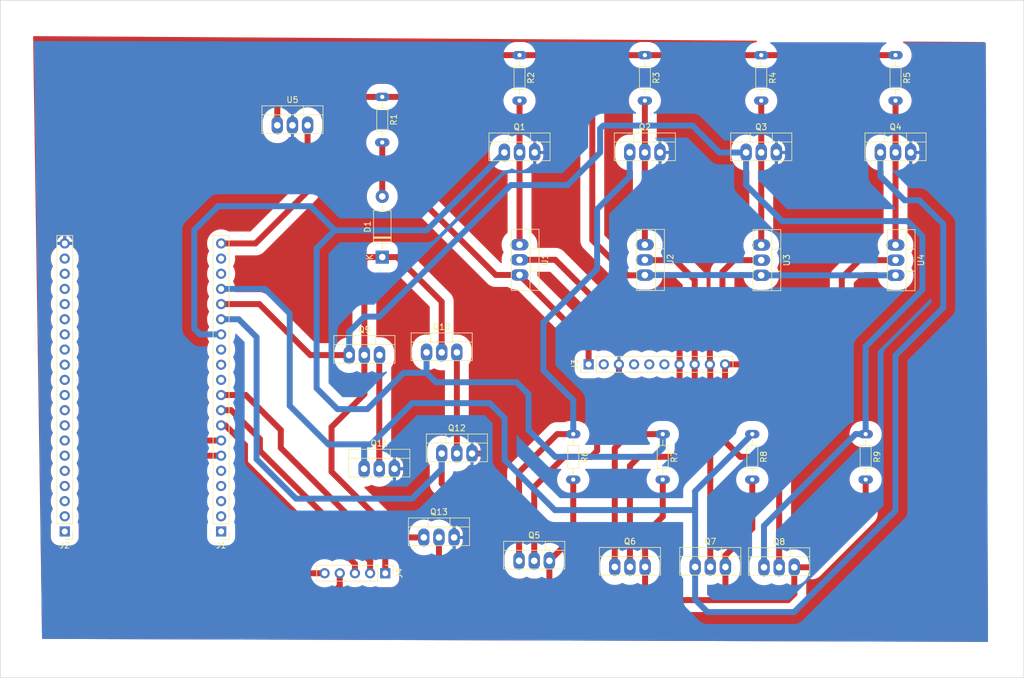
<source format=kicad_pcb>
(kicad_pcb (version 20211014) (generator pcbnew)
  (layers (0 "F.Cu" signal) (31 "B.Cu" signal) (34 "B.Paste" user) (35 "F.Paste" user) (36 "B.SilkS" user "B.Silkscreen") (37 "F.SilkS" user "F.Silkscreen") (38 "B.Mask" user) (39 "F.Mask" user) (44 "Edge.Cuts" user))
  (net 0 "")
  (net 1 "EMERGENCY")
  (net 2 "Net-(D1-Pad2)")
  (net 3 "Net-(Q1-Pad2)")
  (net 4 "LEFT1")
  (net 5 "Gnd")
  (net 6 "Net-(Q2-Pad2)")
  (net 7 "LEFT2")
  (net 9 "Net-(Q3-Pad2)")
  (net 11 "Vin_esp")
  (net 12 "RIGHT1")
  (net 13 "Net-(Q13-Pad2)")
  (net 14 "RIGHT2")
  (net 17 "Net-(Q11-Pad2)")
  (net 18 "Net-(Q10-Pad3)")
  (net 20 "PIN5")
  (net 21 "PIN4")
  (net 22 "PIN3")
  (net 23 "PIN2")
  (net 24 "PIN1")
  (net 30 "Vcc")
  (net 54 "M1")
  (net 55 "M2")
  (net 56 "M3")
  (net 57 "M4")
  (net 58 "Net-(Q4-Pad2)")
  (footprint "Package_TO_SOT_THT:TO-220-3_Vertical" (layer "F.Cu") (at 175.5 57 -90)
    (fp_text reference "U3" (at 2.54 -4.27 90) (layer "F.SilkS"))
    (fp_text value "IRF9540N")
    (pad "1" thru_hole oval (at 0 0 270) (size 1.905 3) (drill 1.1) (layers *.Cu *.Mask) (net 9 "Net-(Q3-Pad2)"))
    (pad "2" thru_hole oval (at 2.54 0 270) (size 1.905 3) (drill 1.1) (layers *.Cu *.Mask) (net 56 "M3"))
    (pad "3" thru_hole oval (at 5.08 0 270) (size 1.905 3) (drill 1.1) (layers *.Cu *.Mask) (net 30 "Vcc"))
  )
  (footprint "Package_TO_SOT_THT:TO-220-3_Vertical" (layer "F.Cu") (at 134.92 109.92)
    (fp_text reference "Q5" (at 2.54 -4.27) (layer "F.SilkS"))
    (fp_text value "IRF540N")
    (pad "1" thru_hole oval (at 0 0) (size 1.905 3) (drill 1.1) (layers *.Cu *.Mask) (net 7 "LEFT2"))
    (pad "2" thru_hole oval (at 2.54 0) (size 1.905 3) (drill 1.1) (layers *.Cu *.Mask) (net 54 "M1"))
    (pad "3" thru_hole oval (at 5.08 0) (size 1.905 3) (drill 1.1) (layers *.Cu *.Mask) (net 13 "Net-(Q13-Pad2)"))
  )
  (footprint "Package_TO_SOT_THT:TO-220-3_Vertical" (layer "F.Cu") (at 94.41 36.945)
    (fp_text reference "U5" (at 2.54 -4.27) (layer "F.SilkS"))
    (fp_text value "L7805")
    (pad "1" thru_hole oval (at 0 0) (size 1.905 3) (drill 1.1) (layers *.Cu *.Mask) (net 30 "Vcc"))
    (pad "2" thru_hole oval (at 2.54 0) (size 1.905 3) (drill 1.1) (layers *.Cu *.Mask) (net 5 "Gnd"))
    (pad "3" thru_hole oval (at 5.08 0) (size 1.905 3) (drill 1.1) (layers *.Cu *.Mask) (net 11 "Vin_esp"))
  )
  (footprint "Connector_PinHeader_2.54mm:PinHeader_1x20_P2.54mm_Vertical" (layer "F.Cu") (at 58.8 105 180)
    (fp_text reference "J2" (at 0 -2.33) (layer "F.SilkS"))
    (fp_text value "Conn_01x20_Female")
    (pad "1" thru_hole rect (at 0 0 180) (size 1.7 1.7) (drill 1) (layers *.Cu *.Mask))
    (pad "2" thru_hole oval (at 0 2.54 180) (size 1.7 1.7) (drill 1) (layers *.Cu *.Mask))
    (pad "3" thru_hole oval (at 0 5.08 180) (size 1.7 1.7) (drill 1) (layers *.Cu *.Mask))
    (pad "4" thru_hole oval (at 0 7.62 180) (size 1.7 1.7) (drill 1) (layers *.Cu *.Mask))
    (pad "5" thru_hole oval (at 0 10.16 180) (size 1.7 1.7) (drill 1) (layers *.Cu *.Mask))
    (pad "6" thru_hole oval (at 0 12.7 180) (size 1.7 1.7) (drill 1) (layers *.Cu *.Mask))
    (pad "7" thru_hole oval (at 0 15.24 180) (size 1.7 1.7) (drill 1) (layers *.Cu *.Mask))
    (pad "8" thru_hole oval (at 0 17.78 180) (size 1.7 1.7) (drill 1) (layers *.Cu *.Mask))
    (pad "9" thru_hole oval (at 0 20.32 180) (size 1.7 1.7) (drill 1) (layers *.Cu *.Mask))
    (pad "10" thru_hole oval (at 0 22.86 180) (size 1.7 1.7) (drill 1) (layers *.Cu *.Mask))
    (pad "11" thru_hole oval (at 0 25.4 180) (size 1.7 1.7) (drill 1) (layers *.Cu *.Mask))
    (pad "12" thru_hole oval (at 0 27.94 180) (size 1.7 1.7) (drill 1) (layers *.Cu *.Mask))
    (pad "13" thru_hole oval (at 0 30.48 180) (size 1.7 1.7) (drill 1) (layers *.Cu *.Mask))
    (pad "14" thru_hole oval (at 0 33.02 180) (size 1.7 1.7) (drill 1) (layers *.Cu *.Mask))
    (pad "15" thru_hole oval (at 0 35.56 180) (size 1.7 1.7) (drill 1) (layers *.Cu *.Mask))
    (pad "16" thru_hole oval (at 0 38.1 180) (size 1.7 1.7) (drill 1) (layers *.Cu *.Mask))
    (pad "17" thru_hole oval (at 0 40.64 180) (size 1.7 1.7) (drill 1) (layers *.Cu *.Mask))
    (pad "18" thru_hole oval (at 0 43.18 180) (size 1.7 1.7) (drill 1) (layers *.Cu *.Mask))
    (pad "19" thru_hole oval (at 0 45.72 180) (size 1.7 1.7) (drill 1) (layers *.Cu *.Mask))
    (pad "20" thru_hole oval (at 0 48.26 180) (size 1.7 1.7) (drill 1) (layers *.Cu *.Mask) (net 5 "Gnd"))
  )
  (footprint "Resistor_THT:R_Axial_DIN0204_L3.6mm_D1.6mm_P7.62mm_Horizontal" (layer "F.Cu") (at 156 25.19 -90)
    (fp_text reference "R3" (at 3.81 -1.92 90) (layer "F.SilkS"))
    (fp_text value "10k")
    (pad "1" thru_hole oval (at 0 0 270) (size 1.4 2.4) (drill 0.7) (layers *.Cu *.Mask) (net 30 "Vcc"))
    (pad "2" thru_hole oval (at 7.62 0 270) (size 1.4 2.4) (drill 0.7) (layers *.Cu *.Mask) (net 6 "Net-(Q2-Pad2)"))
  )
  (footprint "Package_TO_SOT_THT:TO-220-3_Vertical" (layer "F.Cu") (at 164.42 110.945)
    (fp_text reference "Q7" (at 2.54 -4.27) (layer "F.SilkS"))
    (fp_text value "IRF540N")
    (pad "1" thru_hole oval (at 0 0) (size 1.905 3) (drill 1.1) (layers *.Cu *.Mask) (net 14 "RIGHT2"))
    (pad "2" thru_hole oval (at 2.54 0) (size 1.905 3) (drill 1.1) (layers *.Cu *.Mask) (net 56 "M3"))
    (pad "3" thru_hole oval (at 5.08 0) (size 1.905 3) (drill 1.1) (layers *.Cu *.Mask) (net 13 "Net-(Q13-Pad2)"))
  )
  (footprint "Package_TO_SOT_THT:TO-220-3_Vertical" (layer "F.Cu") (at 195.46 41.5)
    (fp_text reference "Q4" (at 2.54 -4.27) (layer "F.SilkS"))
    (fp_text value "IRF540N")
    (pad "1" thru_hole oval (at 0 0) (size 1.905 3) (drill 1.1) (layers *.Cu *.Mask) (net 14 "RIGHT2"))
    (pad "2" thru_hole oval (at 2.54 0) (size 1.905 3) (drill 1.1) (layers *.Cu *.Mask) (net 58 "Net-(Q4-Pad2)"))
    (pad "3" thru_hole oval (at 5.08 0) (size 1.905 3) (drill 1.1) (layers *.Cu *.Mask) (net 5 "Gnd"))
  )
  (footprint "Package_TO_SOT_THT:TO-220-3_Vertical" (layer "F.Cu") (at 150.96 110.945)
    (fp_text reference "Q6" (at 2.54 -4.27) (layer "F.SilkS"))
    (fp_text value "IRF540N")
    (pad "1" thru_hole oval (at 0 0) (size 1.905 3) (drill 1.1) (layers *.Cu *.Mask) (net 4 "LEFT1"))
    (pad "2" thru_hole oval (at 2.54 0) (size 1.905 3) (drill 1.1) (layers *.Cu *.Mask) (net 55 "M2"))
    (pad "3" thru_hole oval (at 5.08 0) (size 1.905 3) (drill 1.1) (layers *.Cu *.Mask) (net 13 "Net-(Q13-Pad2)"))
  )
  (footprint "Resistor_THT:R_Axial_DIN0204_L3.6mm_D1.6mm_P7.62mm_Horizontal" (layer "F.Cu") (at 112 32.19 -90)
    (fp_text reference "R1" (at 3.81 -1.92 90) (layer "F.SilkS"))
    (fp_text value "10k")
    (pad "1" thru_hole oval (at 0 0 270) (size 1.4 2.4) (drill 0.7) (layers *.Cu *.Mask) (net 30 "Vcc"))
    (pad "2" thru_hole oval (at 7.62 0 270) (size 1.4 2.4) (drill 0.7) (layers *.Cu *.Mask) (net 2 "Net-(D1-Pad2)"))
  )
  (footprint "Resistor_THT:R_Axial_DIN0204_L3.6mm_D1.6mm_P7.62mm_Horizontal" (layer "F.Cu") (at 159 88.69 -90)
    (fp_text reference "R7" (at 3.81 -1.92 90) (layer "F.SilkS"))
    (fp_text value "10k")
    (pad "1" thru_hole oval (at 0 0 270) (size 1.4 2.4) (drill 0.7) (layers *.Cu *.Mask) (net 4 "LEFT1"))
    (pad "2" thru_hole oval (at 7.62 0 270) (size 1.4 2.4) (drill 0.7) (layers *.Cu *.Mask) (net 13 "Net-(Q13-Pad2)"))
  )
  (footprint "Package_TO_SOT_THT:TO-220-3_Vertical" (layer "F.Cu") (at 172.96 41.5)
    (fp_text reference "Q3" (at 2.54 -4.27) (layer "F.SilkS"))
    (fp_text value "IRF540N")
    (pad "1" thru_hole oval (at 0 0) (size 1.905 3) (drill 1.1) (layers *.Cu *.Mask) (net 12 "RIGHT1"))
    (pad "2" thru_hole oval (at 2.54 0) (size 1.905 3) (drill 1.1) (layers *.Cu *.Mask) (net 9 "Net-(Q3-Pad2)"))
    (pad "3" thru_hole oval (at 5.08 0) (size 1.905 3) (drill 1.1) (layers *.Cu *.Mask) (net 5 "Gnd"))
  )
  (footprint "Package_TO_SOT_THT:TO-220-3_Vertical" (layer "F.Cu") (at 198 57 -90)
    (fp_text reference "U4" (at 2.54 -4.27 90) (layer "F.SilkS"))
    (fp_text value "IRF9540N")
    (pad "1" thru_hole oval (at 0 0 270) (size 1.905 3) (drill 1.1) (layers *.Cu *.Mask) (net 58 "Net-(Q4-Pad2)"))
    (pad "2" thru_hole oval (at 2.54 0 270) (size 1.905 3) (drill 1.1) (layers *.Cu *.Mask) (net 57 "M4"))
    (pad "3" thru_hole oval (at 5.08 0 270) (size 1.905 3) (drill 1.1) (layers *.Cu *.Mask) (net 30 "Vcc"))
  )
  (footprint "Connector_PinHeader_2.54mm:PinHeader_1x20_P2.54mm_Vertical" (layer "F.Cu") (at 85 105 180)
    (fp_text reference "J1" (at 0 -2.33) (layer "F.SilkS"))
    (fp_text value "Conn_01x20_Female")
    (pad "1" thru_hole rect (at 0 0 180) (size 1.7 1.7) (drill 1) (layers *.Cu *.Mask))
    (pad "2" thru_hole oval (at 0 2.54 180) (size 1.7 1.7) (drill 1) (layers *.Cu *.Mask))
    (pad "3" thru_hole oval (at 0 5.08 180) (size 1.7 1.7) (drill 1) (layers *.Cu *.Mask))
    (pad "4" thru_hole oval (at 0 7.62 180) (size 1.7 1.7) (drill 1) (layers *.Cu *.Mask))
    (pad "5" thru_hole oval (at 0 10.16 180) (size 1.7 1.7) (drill 1) (layers *.Cu *.Mask))
    (pad "6" thru_hole oval (at 0 12.7 180) (size 1.7 1.7) (drill 1) (layers *.Cu *.Mask) (net 20 "PIN5"))
    (pad "7" thru_hole oval (at 0 15.24 180) (size 1.7 1.7) (drill 1) (layers *.Cu *.Mask) (net 21 "PIN4"))
    (pad "8" thru_hole oval (at 0 17.78 180) (size 1.7 1.7) (drill 1) (layers *.Cu *.Mask) (net 22 "PIN3"))
    (pad "9" thru_hole oval (at 0 20.32 180) (size 1.7 1.7) (drill 1) (layers *.Cu *.Mask) (net 23 "PIN2"))
    (pad "10" thru_hole oval (at 0 22.86 180) (size 1.7 1.7) (drill 1) (layers *.Cu *.Mask) (net 24 "PIN1"))
    (pad "11" thru_hole oval (at 0 25.4 180) (size 1.7 1.7) (drill 1) (layers *.Cu *.Mask))
    (pad "12" thru_hole oval (at 0 27.94 180) (size 1.7 1.7) (drill 1) (layers *.Cu *.Mask))
    (pad "13" thru_hole oval (at 0 30.48 180) (size 1.7 1.7) (drill 1) (layers *.Cu *.Mask))
    (pad "14" thru_hole oval (at 0 33.02 180) (size 1.7 1.7) (drill 1) (layers *.Cu *.Mask) (net 4 "LEFT1"))
    (pad "15" thru_hole oval (at 0 35.56 180) (size 1.7 1.7) (drill 1) (layers *.Cu *.Mask) (net 7 "LEFT2"))
    (pad "16" thru_hole oval (at 0 38.1 180) (size 1.7 1.7) (drill 1) (layers *.Cu *.Mask) (net 12 "RIGHT1"))
    (pad "17" thru_hole oval (at 0 40.64 180) (size 1.7 1.7) (drill 1) (layers *.Cu *.Mask) (net 14 "RIGHT2"))
    (pad "18" thru_hole oval (at 0 43.18 180) (size 1.7 1.7) (drill 1) (layers *.Cu *.Mask))
    (pad "19" thru_hole oval (at 0 45.72 180) (size 1.7 1.7) (drill 1) (layers *.Cu *.Mask))
    (pad "20" thru_hole oval (at 0 48.26 180) (size 1.7 1.7) (drill 1) (layers *.Cu *.Mask) (net 11 "Vin_esp"))
  )
  (footprint "Package_TO_SOT_THT:TO-220-3_Vertical" (layer "F.Cu") (at 121.96 91.945)
    (fp_text reference "Q12" (at 2.54 -4.27) (layer "F.SilkS"))
    (fp_text value "IRF540N")
    (pad "1" thru_hole oval (at 0 0) (size 1.905 3) (drill 1.1) (layers *.Cu *.Mask) (net 7 "LEFT2"))
    (pad "2" thru_hole oval (at 2.54 0) (size 1.905 3) (drill 1.1) (layers *.Cu *.Mask) (net 18 "Net-(Q10-Pad3)"))
    (pad "3" thru_hole oval (at 5.08 0) (size 1.905 3) (drill 1.1) (layers *.Cu *.Mask) (net 5 "Gnd"))
  )
  (footprint "Resistor_THT:R_Axial_DIN0204_L3.6mm_D1.6mm_P7.62mm_Horizontal" (layer "F.Cu") (at 135 25.19 -90)
    (fp_text reference "R2" (at 3.81 -1.92 90) (layer "F.SilkS"))
    (fp_text value "10k")
    (pad "1" thru_hole oval (at 0 0 270) (size 1.4 2.4) (drill 0.7) (layers *.Cu *.Mask) (net 30 "Vcc"))
    (pad "2" thru_hole oval (at 7.62 0 270) (size 1.4 2.4) (drill 0.7) (layers *.Cu *.Mask) (net 3 "Net-(Q1-Pad2)"))
  )
  (footprint "Package_TO_SOT_THT:TO-220-3_Vertical" (layer "F.Cu") (at 118.96 106)
    (fp_text reference "Q13" (at 2.54 -4.27) (layer "F.SilkS"))
    (fp_text value "IRF540N")
    (pad "1" thru_hole oval (at 0 0) (size 1.905 3) (drill 1.1) (layers *.Cu *.Mask) (net 1 "EMERGENCY"))
    (pad "2" thru_hole oval (at 2.54 0) (size 1.905 3) (drill 1.1) (layers *.Cu *.Mask) (net 13 "Net-(Q13-Pad2)"))
    (pad "3" thru_hole oval (at 5.08 0) (size 1.905 3) (drill 1.1) (layers *.Cu *.Mask) (net 5 "Gnd"))
  )
  (footprint "Package_TO_SOT_THT:TO-220-3_Vertical" (layer "F.Cu") (at 132.46 41.5)
    (fp_text reference "Q1" (at 2.54 -4.27) (layer "F.SilkS"))
    (fp_text value "IRF540N")
    (pad "1" thru_hole oval (at 0 0) (size 1.905 3) (drill 1.1) (layers *.Cu *.Mask) (net 4 "LEFT1"))
    (pad "2" thru_hole oval (at 2.54 0) (size 1.905 3) (drill 1.1) (layers *.Cu *.Mask) (net 3 "Net-(Q1-Pad2)"))
    (pad "3" thru_hole oval (at 5.08 0) (size 1.905 3) (drill 1.1) (layers *.Cu *.Mask) (net 5 "Gnd"))
  )
  (footprint "Package_TO_SOT_THT:TO-220-3_Vertical" (layer "F.Cu") (at 108.96 94.5)
    (fp_text reference "Q11" (at 2.54 -4.27) (layer "F.SilkS"))
    (fp_text value "IRF540N")
    (pad "1" thru_hole oval (at 0 0) (size 1.905 3) (drill 1.1) (layers *.Cu *.Mask) (net 14 "RIGHT2"))
    (pad "2" thru_hole oval (at 2.54 0) (size 1.905 3) (drill 1.1) (layers *.Cu *.Mask) (net 17 "Net-(Q11-Pad2)"))
    (pad "3" thru_hole oval (at 5.08 0) (size 1.905 3) (drill 1.1) (layers *.Cu *.Mask) (net 5 "Gnd"))
  )
  (footprint "Diode_THT:D_DO-41_SOD81_P10.16mm_Horizontal" (layer "F.Cu") (at 112 59.025 90)
    (fp_text reference "D1" (at 5.08 -2.47 90) (layer "F.SilkS"))
    (fp_text value "1N4001")
    (fp_text user "K" (at 0 -2.1 90) (layer "F.SilkS"))
    (pad "1" thru_hole rect (at 0 0 90) (size 2.2 2.2) (drill 1.1) (layers *.Cu *.Mask) (net 1 "EMERGENCY"))
    (pad "2" thru_hole oval (at 10.16 0 90) (size 2.2 2.2) (drill 1.1) (layers *.Cu *.Mask) (net 2 "Net-(D1-Pad2)"))
  )
  (footprint "Connector_PinHeader_2.54mm:PinHeader_1x05_P2.54mm_Vertical" (layer "F.Cu") (at 112.5 112 -90)
    (fp_text reference "J4" (at 0 -2.33 90) (layer "F.SilkS"))
    (fp_text value "Conn_01x05_Male")
    (pad "1" thru_hole rect (at 0 0 270) (size 1.7 1.7) (drill 1) (layers *.Cu *.Mask) (net 24 "PIN1"))
    (pad "2" thru_hole oval (at 0 2.54 270) (size 1.7 1.7) (drill 1) (layers *.Cu *.Mask) (net 23 "PIN2"))
    (pad "3" thru_hole oval (at 0 5.08 270) (size 1.7 1.7) (drill 1) (layers *.Cu *.Mask) (net 22 "PIN3"))
    (pad "4" thru_hole oval (at 0 7.62 270) (size 1.7 1.7) (drill 1) (layers *.Cu *.Mask) (net 21 "PIN4"))
    (pad "5" thru_hole oval (at 0 10.16 270) (size 1.7 1.7) (drill 1) (layers *.Cu *.Mask) (net 20 "PIN5"))
  )
  (footprint "Connector_PinHeader_2.54mm:PinHeader_1x10_P2.54mm_Vertical" (layer "F.Cu") (at 146.575 77 90)
    (fp_text reference "J3" (at 0 -2.33 90) (layer "F.SilkS"))
    (fp_text value "Conn_01x10_Male")
    (pad "1" thru_hole rect (at 0 0 90) (size 1.7 1.7) (drill 1) (layers *.Cu *.Mask) (net 30 "Vcc"))
    (pad "2" thru_hole oval (at 0 2.54 90) (size 1.7 1.7) (drill 1) (layers *.Cu *.Mask))
    (pad "3" thru_hole oval (at 0 5.08 90) (size 1.7 1.7) (drill 1) (layers *.Cu *.Mask) (net 5 "Gnd"))
    (pad "4" thru_hole oval (at 0 7.62 90) (size 1.7 1.7) (drill 1) (layers *.Cu *.Mask))
    (pad "5" thru_hole oval (at 0 10.16 90) (size 1.7 1.7) (drill 1) (layers *.Cu *.Mask))
    (pad "6" thru_hole oval (at 0 12.7 90) (size 1.7 1.7) (drill 1) (layers *.Cu *.Mask))
    (pad "7" thru_hole oval (at 0 15.24 90) (size 1.7 1.7) (drill 1) (layers *.Cu *.Mask) (net 54 "M1"))
    (pad "8" thru_hole oval (at 0 17.78 90) (size 1.7 1.7) (drill 1) (layers *.Cu *.Mask) (net 55 "M2"))
    (pad "9" thru_hole oval (at 0 20.32 90) (size 1.7 1.7) (drill 1) (layers *.Cu *.Mask) (net 56 "M3"))
    (pad "10" thru_hole oval (at 0 22.86 90) (size 1.7 1.7) (drill 1) (layers *.Cu *.Mask) (net 57 "M4"))
  )
  (footprint "Resistor_THT:R_Axial_DIN0204_L3.6mm_D1.6mm_P7.62mm_Horizontal" (layer "F.Cu") (at 175.5 25.19 -90)
    (fp_text reference "R4" (at 3.81 -1.92 90) (layer "F.SilkS"))
    (fp_text value "10k")
    (pad "1" thru_hole oval (at 0 0 270) (size 1.4 2.4) (drill 0.7) (layers *.Cu *.Mask) (net 30 "Vcc"))
    (pad "2" thru_hole oval (at 7.62 0 270) (size 1.4 2.4) (drill 0.7) (layers *.Cu *.Mask) (net 9 "Net-(Q3-Pad2)"))
  )
  (footprint "Resistor_THT:R_Axial_DIN0204_L3.6mm_D1.6mm_P7.62mm_Horizontal" (layer "F.Cu") (at 193 88.69 -90)
    (fp_text reference "R9" (at 3.81 -1.92 90) (layer "F.SilkS"))
    (fp_text value "10k")
    (pad "1" thru_hole oval (at 0 0 270) (size 1.4 2.4) (drill 0.7) (layers *.Cu *.Mask) (net 12 "RIGHT1"))
    (pad "2" thru_hole oval (at 7.62 0 270) (size 1.4 2.4) (drill 0.7) (layers *.Cu *.Mask) (net 13 "Net-(Q13-Pad2)"))
  )
  (footprint "Package_TO_SOT_THT:TO-220-3_Vertical" (layer "F.Cu") (at 153.46 41.5)
    (fp_text reference "Q2" (at 2.54 -4.27) (layer "F.SilkS"))
    (fp_text value "IRF540N")
    (pad "1" thru_hole oval (at 0 0) (size 1.905 3) (drill 1.1) (layers *.Cu *.Mask) (net 7 "LEFT2"))
    (pad "2" thru_hole oval (at 2.54 0) (size 1.905 3) (drill 1.1) (layers *.Cu *.Mask) (net 6 "Net-(Q2-Pad2)"))
    (pad "3" thru_hole oval (at 5.08 0) (size 1.905 3) (drill 1.1) (layers *.Cu *.Mask) (net 5 "Gnd"))
  )
  (footprint "Package_TO_SOT_THT:TO-220-3_Vertical" (layer "F.Cu") (at 106.46 75.445)
    (fp_text reference "Q9" (at 2.54 -4.27) (layer "F.SilkS"))
    (fp_text value "IRF540N")
    (pad "1" thru_hole oval (at 0 0) (size 1.905 3) (drill 1.1) (layers *.Cu *.Mask) (net 12 "RIGHT1"))
    (pad "2" thru_hole oval (at 2.54 0) (size 1.905 3) (drill 1.1) (layers *.Cu *.Mask) (net 1 "EMERGENCY"))
    (pad "3" thru_hole oval (at 5.08 0) (size 1.905 3) (drill 1.1) (layers *.Cu *.Mask) (net 17 "Net-(Q11-Pad2)"))
  )
  (footprint "Resistor_THT:R_Axial_DIN0204_L3.6mm_D1.6mm_P7.62mm_Horizontal" (layer "F.Cu") (at 174 88.69 -90)
    (fp_text reference "R8" (at 3.81 -1.92 90) (layer "F.SilkS"))
    (fp_text value "10k")
    (pad "1" thru_hole oval (at 0 0 270) (size 1.4 2.4) (drill 0.7) (layers *.Cu *.Mask) (net 14 "RIGHT2"))
    (pad "2" thru_hole oval (at 7.62 0 270) (size 1.4 2.4) (drill 0.7) (layers *.Cu *.Mask) (net 13 "Net-(Q13-Pad2)"))
  )
  (footprint "Package_TO_SOT_THT:TO-220-3_Vertical" (layer "F.Cu") (at 119.42 75)
    (fp_text reference "Q10" (at 2.54 -4.27) (layer "F.SilkS"))
    (fp_text value "IRF540N")
    (pad "1" thru_hole oval (at 0 0) (size 1.905 3) (drill 1.1) (layers *.Cu *.Mask) (net 4 "LEFT1"))
    (pad "2" thru_hole oval (at 2.54 0) (size 1.905 3) (drill 1.1) (layers *.Cu *.Mask) (net 1 "EMERGENCY"))
    (pad "3" thru_hole oval (at 5.08 0) (size 1.905 3) (drill 1.1) (layers *.Cu *.Mask) (net 18 "Net-(Q10-Pad3)"))
  )
  (footprint "Resistor_THT:R_Axial_DIN0204_L3.6mm_D1.6mm_P7.62mm_Horizontal" (layer "F.Cu") (at 198 25.19 -90)
    (fp_text reference "R5" (at 3.81 -1.92 90) (layer "F.SilkS"))
    (fp_text value "10k")
    (pad "1" thru_hole oval (at 0 0 270) (size 1.4 2.4) (drill 0.7) (layers *.Cu *.Mask) (net 30 "Vcc"))
    (pad "2" thru_hole oval (at 7.62 0 270) (size 1.4 2.4) (drill 0.7) (layers *.Cu *.Mask) (net 58 "Net-(Q4-Pad2)"))
  )
  (footprint "Package_TO_SOT_THT:TO-220-3_Vertical" (layer "F.Cu") (at 156 56.96 -90)
    (fp_text reference "U2" (at 2.54 -4.27 90) (layer "F.SilkS"))
    (fp_text value "IRF9540N")
    (pad "1" thru_hole oval (at 0 0 270) (size 1.905 3) (drill 1.1) (layers *.Cu *.Mask) (net 6 "Net-(Q2-Pad2)"))
    (pad "2" thru_hole oval (at 2.54 0 270) (size 1.905 3) (drill 1.1) (layers *.Cu *.Mask) (net 55 "M2"))
    (pad "3" thru_hole oval (at 5.08 0 270) (size 1.905 3) (drill 1.1) (layers *.Cu *.Mask) (net 30 "Vcc"))
  )
  (footprint "Package_TO_SOT_THT:TO-220-3_Vertical" (layer "F.Cu") (at 175.96 111)
    (fp_text reference "Q8" (at 2.54 -4.27) (layer "F.SilkS"))
    (fp_text value "IRF540N")
    (pad "1" thru_hole oval (at 0 0) (size 1.905 3) (drill 1.1) (layers *.Cu *.Mask) (net 12 "RIGHT1"))
    (pad "2" thru_hole oval (at 2.54 0) (size 1.905 3) (drill 1.1) (layers *.Cu *.Mask) (net 57 "M4"))
    (pad "3" thru_hole oval (at 5.08 0) (size 1.905 3) (drill 1.1) (layers *.Cu *.Mask) (net 13 "Net-(Q13-Pad2)"))
  )
  (footprint "Resistor_THT:R_Axial_DIN0204_L3.6mm_D1.6mm_P7.62mm_Horizontal" (layer "F.Cu") (at 144 88.69 -90)
    (fp_text reference "R6" (at 3.81 -1.92 90) (layer "F.SilkS"))
    (fp_text value "10k")
    (pad "1" thru_hole oval (at 0 0 270) (size 1.4 2.4) (drill 0.7) (layers *.Cu *.Mask) (net 7 "LEFT2"))
    (pad "2" thru_hole oval (at 7.62 0 270) (size 1.4 2.4) (drill 0.7) (layers *.Cu *.Mask) (net 13 "Net-(Q13-Pad2)"))
  )
  (footprint "Package_TO_SOT_THT:TO-220-3_Vertical" (layer "F.Cu") (at 135 56.945 -90)
    (fp_text reference "U1" (at 2.54 -4.27 90) (layer "F.SilkS"))
    (fp_text value "IRF9540N")
    (pad "1" thru_hole oval (at 0 0 270) (size 1.905 3) (drill 1.1) (layers *.Cu *.Mask) (net 3 "Net-(Q1-Pad2)"))
    (pad "2" thru_hole oval (at 2.54 0 270) (size 1.905 3) (drill 1.1) (layers *.Cu *.Mask) (net 54 "M1"))
    (pad "3" thru_hole oval (at 5.08 0 270) (size 1.905 3) (drill 1.1) (layers *.Cu *.Mask) (net 30 "Vcc"))
  )
  (gr_rect (start 48 16) (end 219.5 129.5) (layer "Edge.Cuts") (width 0.1) (fill none))
  (segment (start 109 82) (end 103.5 87.5) (width 1) (layer "F.Cu") (net 1))
  (segment (start 103.5 87.5) (end 103.5 95) (width 1) (layer "F.Cu") (net 1))
  (segment (start 109 75.445) (end 109 59.445) (width 1) (layer "F.Cu") (net 1))
  (segment (start 112 59.025) (end 114.485 59.025) (width 1) (layer "F.Cu") (net 1))
  (segment (start 121.96 66.5) (end 121.96 75) (width 1) (layer "F.Cu") (net 1))
  (segment (start 103.5 95) (end 114.5 106) (width 1) (layer "F.Cu") (net 1))
  (segment (start 109 75.445) (end 109 82) (width 1) (layer "F.Cu") (net 1))
  (segment (start 114.5 106) (end 118.96 106) (width 1) (layer "F.Cu") (net 1))
  (segment (start 109 59.445) (end 109.42 59.025) (width 1) (layer "F.Cu") (net 1))
  (segment (start 114.485 59.025) (end 121.96 66.5) (width 1) (layer "F.Cu") (net 1))
  (segment (start 112 59.025) (end 109.42 59.025) (width 1) (layer "F.Cu") (net 1))
  (segment (start 112 39.81) (end 112 48.865) (width 1) (layer "F.Cu") (net 2))
  (segment (start 135 32.81) (end 135 41.5) (width 1) (layer "F.Cu") (net 3))
  (segment (start 135 41.945) (end 135 56.945) (width 1) (layer "F.Cu") (net 3))
  (segment (start 150.96 91.04) (end 153.31 88.69) (width 1) (layer "F.Cu") (net 4))
  (segment (start 153.31 88.69) (end 159 88.69) (width 1) (layer "F.Cu") (net 4))
  (segment (start 150.96 110.945) (end 150.96 91.04) (width 1) (layer "F.Cu") (net 4))
  (segment (start 136.5 88) (end 136.5 82) (width 1) (layer "B.Cu") (net 4))
  (segment (start 159 91) (end 157.5 92.5) (width 1) (layer "B.Cu") (net 4))
  (segment (start 81.52 71.98) (end 85 71.98) (width 1) (layer "B.Cu") (net 4))
  (segment (start 157.5 92.5) (end 141 92.5) (width 1) (layer "B.Cu") (net 4))
  (segment (start 104.04 54.54) (end 100 50.5) (width 1) (layer "B.Cu") (net 4))
  (segment (start 119.42 54.54) (end 104.04 54.54) (width 1) (layer "B.Cu") (net 4))
  (segment (start 104.5 84.5) (end 101 81) (width 1) (layer "B.Cu") (net 4))
  (segment (start 81.5 72) (end 81.52 71.98) (width 1) (layer "B.Cu") (net 4))
  (segment (start 121 80) (end 119.42 78.42) (width 1) (layer "B.Cu") (net 4))
  (segment (start 115.58 78.42) (end 109.5 84.5) (width 1) (layer "B.Cu") (net 4))
  (segment (start 80.5 71) (end 81.5 72) (width 1) (layer "B.Cu") (net 4))
  (segment (start 109.5 84.5) (end 104.5 84.5) (width 1) (layer "B.Cu") (net 4))
  (segment (start 141 92.5) (end 136.5 88) (width 1) (layer "B.Cu") (net 4))
  (segment (start 119.42 78.42) (end 115.58 78.42) (width 1) (layer "B.Cu") (net 4))
  (segment (start 84.5 50.5) (end 80.5 54.5) (width 1) (layer "B.Cu") (net 4))
  (segment (start 101 57.58) (end 104.04 54.54) (width 1) (layer "B.Cu") (net 4))
  (segment (start 119.42 78.42) (end 119.42 75) (width 1) (layer "B.Cu") (net 4))
  (segment (start 80.5 54.5) (end 80.5 71) (width 1) (layer "B.Cu") (net 4))
  (segment (start 159 88.69) (end 159 91) (width 1) (layer "B.Cu") (net 4))
  (segment (start 119.42 54.54) (end 132.46 41.5) (width 1) (layer "B.Cu") (net 4))
  (segment (start 134.5 80) (end 121 80) (width 1) (layer "B.Cu") (net 4))
  (segment (start 136.5 82) (end 134.5 80) (width 1) (layer "B.Cu") (net 4))
  (segment (start 100 50.5) (end 84.5 50.5) (width 1) (layer "B.Cu") (net 4))
  (segment (start 101 81) (end 101 57.58) (width 1) (layer "B.Cu") (net 4))
  (segment (start 147 83.5) (end 139 83.5) (width 1) (layer "F.Cu") (net 5))
  (segment (start 151.655 78.845) (end 147 83.5) (width 1) (layer "F.Cu") (net 5))
  (segment (start 139 83.5) (end 130.555 91.945) (width 1) (layer "F.Cu") (net 5))
  (segment (start 130.555 91.945) (end 127.04 91.945) (width 1) (layer "F.Cu") (net 5))
  (segment (start 151.655 77) (end 151.655 78.845) (width 1) (layer "F.Cu") (net 5))
  (segment (start 156 56.96) (end 156 41.5) (width 1) (layer "F.Cu") (net 6))
  (segment (start 156 32.81) (end 156 41.5) (width 1) (layer "F.Cu") (net 6))
  (segment (start 121.96 96.96) (end 125.58 100.58) (width 1) (layer "F.Cu") (net 7))
  (segment (start 134.92 100.58) (end 134.92 109.92) (width 1) (layer "F.Cu") (net 7))
  (segment (start 141.31 88.69) (end 134.92 95.08) (width 1) (layer "F.Cu") (net 7))
  (segment (start 125.58 100.58) (end 134.92 100.58) (width 1) (layer "F.Cu") (net 7))
  (segment (start 121.96 91.945) (end 121.96 96.96) (width 1) (layer "F.Cu") (net 7))
  (segment (start 134.92 95.08) (end 134.92 99.58) (width 1) (layer "F.Cu") (net 7))
  (segment (start 134.92 99.58) (end 134.92 100.58) (width 1) (layer "F.Cu") (net 7))
  (segment (start 144 88.69) (end 141.31 88.69) (width 1) (layer "F.Cu") (net 7))
  (segment (start 97.555 99.5) (end 117 99.5) (width 1) (layer "B.Cu") (net 7))
  (segment (start 153.46 45.46) (end 153.46 41.5) (width 1) (layer "B.Cu") (net 7))
  (segment (start 121.96 94.54) (end 121.96 91.945) (width 1) (layer "B.Cu") (net 7))
  (segment (start 148 61) (end 148 51) (width 1) (layer "B.Cu") (net 7))
  (segment (start 90.945 92.89) (end 97.555 99.5) (width 1) (layer "B.Cu") (net 7))
  (segment (start 139 78) (end 139 70) (width 1) (layer "B.Cu") (net 7))
  (segment (start 153.5 45.5) (end 153.46 45.46) (width 1) (layer "B.Cu") (net 7))
  (segment (start 144 88.69) (end 144 83) (width 1) (layer "B.Cu") (net 7))
  (segment (start 144 83) (end 139 78) (width 1) (layer "B.Cu") (net 7))
  (segment (start 87.94 69.44) (end 90.945 72.445) (width 1) (layer "B.Cu") (net 7))
  (segment (start 85 69.44) (end 87.94 69.44) (width 1) (layer "B.Cu") (net 7))
  (segment (start 139 70) (end 148 61) (width 1) (layer "B.Cu") (net 7))
  (segment (start 117 99.5) (end 121.96 94.54) (width 1) (layer "B.Cu") (net 7))
  (segment (start 148 51) (end 153.5 45.5) (width 1) (layer "B.Cu") (net 7))
  (segment (start 90.945 72.445) (end 90.945 92.89) (width 1) (layer "B.Cu") (net 7))
  (segment (start 175.5 56) (end 175.5 41.5) (width 1) (layer "F.Cu") (net 9))
  (segment (start 175.5 32.81) (end 175.5 41.5) (width 1) (layer "F.Cu") (net 9))
  (segment (start 175.5 33.31) (end 175.66 33.15) (width 0.25) (layer "F.Cu") (net 9))
  (segment (start 90.76 56.74) (end 99.5 48) (width 1) (layer "F.Cu") (net 11))
  (segment (start 99.49 47.99) (end 99.49 36.945) (width 1) (layer "F.Cu") (net 11))
  (segment (start 85 56.74) (end 90.76 56.74) (width 1) (layer "F.Cu") (net 11))
  (segment (start 99.5 48) (end 99.49 47.99) (width 1) (layer "F.Cu") (net 11))
  (segment (start 106.46 75.445) (end 99.945 75.445) (width 1) (layer "F.Cu") (net 12))
  (segment (start 99.945 75.445) (end 91.4 66.9) (width 1) (layer "F.Cu") (net 12))
  (segment (start 91.4 66.9) (end 85 66.9) (width 1) (layer "F.Cu") (net 12))
  (segment (start 202.5 64.5) (end 202.5 55.5) (width 1) (layer "B.Cu") (net 12))
  (segment (start 200 53) (end 179 53) (width 1) (layer "B.Cu") (net 12))
  (segment (start 168.5 41.5) (end 172.96 41.5) (width 1) (layer "B.Cu") (net 12))
  (segment (start 148.5 41.5) (end 148.5 37.5) (width 1) (layer "B.Cu") (net 12))
  (segment (start 148.5 37.5) (end 149 37) (width 1) (layer "B.Cu") (net 12))
  (segment (start 193 74) (end 202.5 64.5) (width 1) (layer "B.Cu") (net 12))
  (segment (start 106.46 71.54) (end 109 69) (width 1) (layer "B.Cu") (net 12))
  (segment (start 111.5 69) (end 133.54 46.96) (width 1) (layer "B.Cu") (net 12))
  (segment (start 106.46 75.445) (end 106.46 71.54) (width 1) (layer "B.Cu") (net 12))
  (segment (start 133.54 46.96) (end 143.04 46.96) (width 1) (layer "B.Cu") (net 12))
  (segment (start 109 69) (end 111.5 69) (width 1) (layer "B.Cu") (net 12))
  (segment (start 193 88.69) (end 191.31 88.69) (width 1) (layer "B.Cu") (net 12))
  (segment (start 175.96 104.04) (end 175.96 111) (width 1) (layer "B.Cu") (net 12))
  (segment (start 191.31 88.69) (end 175.96 104.04) (width 1) (layer "B.Cu") (net 12))
  (segment (start 149 37) (end 164 37) (width 1) (layer "B.Cu") (net 12))
  (segment (start 193 88.69) (end 193 74) (width 1) (layer "B.Cu") (net 12))
  (segment (start 172.96 46.96) (end 172.96 41.5) (width 1) (layer "B.Cu") (net 12))
  (segment (start 179 53) (end 172.96 46.96) (width 1) (layer "B.Cu") (net 12))
  (segment (start 143.04 46.96) (end 148.5 41.5) (width 1) (layer "B.Cu") (net 12))
  (segment (start 202.5 55.5) (end 200 53) (width 1) (layer "B.Cu") (net 12))
  (segment (start 164 37) (end 168.5 41.5) (width 1) (layer "B.Cu") (net 12))
  (segment (start 169.5 110.945) (end 169.5 116) (width 1) (layer "F.Cu") (net 13))
  (segment (start 181.04 115.46) (end 180 116.5) (width 1) (layer "F.Cu") (net 13))
  (segment (start 156.04 105.46) (end 159 102.5) (width 1) (layer "F.Cu") (net 13))
  (segment (start 156 116) (end 156.04 115.96) (width 1) (layer "F.Cu") (net 13))
  (segment (start 144 105.92) (end 140 109.92) (width 1) (layer "F.Cu") (net 13))
  (segment (start 180 116.5) (end 140 116.5) (width 1) (layer "F.Cu") (net 13))
  (segment (start 174 104.5) (end 174 96.31) (width 1) (layer "F.Cu") (net 13))
  (segment (start 193 102) (end 193 96.31) (width 1) (layer "F.Cu") (net 13))
  (segment (start 156.04 110.945) (end 156.04 115.96) (width 1) (layer "F.Cu") (net 13))
  (segment (start 169.5 110.945) (end 169.5 109) (width 1) (layer "F.Cu") (net 13))
  (segment (start 181.04 111) (end 184 111) (width 1) (layer "F.Cu") (net 13))
  (segment (start 181.04 111) (end 181.04 115.46) (width 1) (layer "F.Cu") (net 13))
  (segment (start 159 102.5) (end 159 96.31) (width 1) (layer "F.Cu") (net 13))
  (segment (start 128.5 116.5) (end 140 116.5) (width 1) (layer "F.Cu") (net 13))
  (segment (start 121.5 106) (end 121.5 109.5) (width 1) (layer "F.Cu") (net 13))
  (segment (start 144 96.31) (end 144 105.92) (width 1) (layer "F.Cu") (net 13))
  (segment (start 169.5 109) (end 174 104.5) (width 1) (layer "F.Cu") (net 13))
  (segment (start 184 111) (end 193 102) (width 1) (layer "F.Cu") (net 13))
  (segment (start 121.5 109.5) (end 128.5 116.5) (width 1) (layer "F.Cu") (net 13))
  (segment (start 156.04 110.945) (end 156.04 105.46) (width 1) (layer "F.Cu") (net 13))
  (segment (start 140 109.92) (end 140 116.5) (width 1) (layer "F.Cu") (net 13))
  (segment (start 96.5 83.945) (end 96.5 68.5) (width 1) (layer "B.Cu") (net 14))
  (segment (start 130 83.5) (end 117 83.5) (width 1) (layer "B.Cu") (net 14))
  (segment (start 164.42 110.945) (end 164.42 116.42) (width 1) (layer "B.Cu") (net 14))
  (segment (start 199.5 49.5) (end 195.46 45.46) (width 1) (layer "B.Cu") (net 14))
  (segment (start 140.92 101.42) (end 132.5 93) (width 1) (layer "B.Cu") (net 14))
  (segment (start 164.42 110.945) (end 164.42 101.42) (width 1) (layer "B.Cu") (net 14))
  (segment (start 110.095 90.405) (end 108.905 90.405) (width 1) (layer "B.Cu") (net 14))
  (segment (start 202 49.5) (end 199.5 49.5) (width 1) (layer "B.Cu") (net 14))
  (segment (start 132.5 93) (end 132.5 86) (width 1) (layer "B.Cu") (net 14))
  (segment (start 198 75.5) (end 206 67.5) (width 1) (layer "B.Cu") (net 14))
  (segment (start 164.42 98.27) (end 174 88.69) (width 1) (layer "B.Cu") (net 14))
  (segment (start 198 101.5) (end 198 75.5) (width 1) (layer "B.Cu") (net 14))
  (segment (start 108.96 90.46) (end 108.905 90.405) (width 1) (layer "B.Cu") (net 14))
  (segment (start 164.42 101.42) (end 164.42 98.27) (width 1) (layer "B.Cu") (net 14))
  (segment (start 132.5 86) (end 130 83.5) (width 1) (layer "B.Cu") (net 14))
  (segment (start 92.36 64.36) (end 85 64.36) (width 1) (layer "B.Cu") (net 14))
  (segment (start 206 53.5) (end 202 49.5) (width 1) (layer "B.Cu") (net 14))
  (segment (start 166.5 118.5) (end 181 118.5) (width 1) (layer "B.Cu") (net 14))
  (segment (start 96.5 68.5) (end 92.36 64.36) (width 1) (layer "B.Cu") (net 14))
  (segment (start 164.42 116.42) (end 166.5 118.5) (width 1) (layer "B.Cu") (net 14))
  (segment (start 181 118.5) (end 198 101.5) (width 1) (layer "B.Cu") (net 14))
  (segment (start 117 83.5) (end 110.095 90.405) (width 1) (layer "B.Cu") (net 14))
  (segment (start 108.905 90.405) (end 102.96 90.405) (width 1) (layer "B.Cu") (net 14))
  (segment (start 164.42 101.42) (end 140.92 101.42) (width 1) (layer "B.Cu") (net 14))
  (segment (start 195.46 45.46) (end 195.46 41.5) (width 1) (layer "B.Cu") (net 14))
  (segment (start 206 67.5) (end 206 53.5) (width 1) (layer "B.Cu") (net 14))
  (segment (start 102.96 90.405) (end 96.5 83.945) (width 1) (layer "B.Cu") (net 14))
  (segment (start 108.96 94.5) (end 108.96 90.46) (width 1) (layer "B.Cu") (net 14))
  (segment (start 111.5 75.485) (end 111.54 75.445) (width 1) (layer "F.Cu") (net 17))
  (segment (start 111.5 94.5) (end 111.5 75.485) (width 1) (layer "F.Cu") (net 17))
  (segment (start 124.5 75) (end 124.5 91.945) (width 1) (layer "F.Cu") (net 18))
  (segment (start 85 112) (end 102.34 112) (width 1) (layer "F.Cu") (net 20))
  (segment (start 85 92.3) (end 82.2 92.3) (width 1) (layer "F.Cu") (net 20))
  (segment (start 80.5 107.5) (end 85 112) (width 1) (layer "F.Cu") (net 20))
  (segment (start 82.2 92.3) (end 80.5 94) (width 1) (layer "F.Cu") (net 20))
  (segment (start 80.5 94) (end 80.5 107.5) (width 1) (layer "F.Cu") (net 20))
  (segment (start 77.5 109.5) (end 83 115) (width 1) (layer "F.Cu") (net 21))
  (segment (start 83 115) (end 104 115) (width 1) (layer "F.Cu") (net 21))
  (segment (start 85 89.76) (end 80.76 89.76) (width 1) (layer "F.Cu") (net 21))
  (segment (start 77.5 92) (end 77.5 109.5) (width 1) (layer "F.Cu") (net 21))
  (segment (start 80 89.5) (end 77.5 92) (width 1) (layer "F.Cu") (net 21))
  (segment (start 104 115) (end 104.88 114.12) (width 1) (layer "F.Cu") (net 21))
  (segment (start 104.88 114.12) (end 104.88 112) (width 1) (layer "F.Cu") (net 21))
  (segment (start 80.76 89.76) (end 80.5 89.5) (width 1) (layer "F.Cu") (net 21))
  (segment (start 80.5 89.5) (end 80 89.5) (width 1) (layer "F.Cu") (net 21))
  (segment (start 107.42 110.42) (end 106 109) (width 1) (layer "F.Cu") (net 22))
  (segment (start 85.72 87.22) (end 85 87.22) (width 1) (layer "F.Cu") (net 22))
  (segment (start 89 93.5) (end 89 90.5) (width 1) (layer "F.Cu") (net 22))
  (segment (start 104.5 109) (end 89 93.5) (width 1) (layer "F.Cu") (net 22))
  (segment (start 107.42 112) (end 107.42 110.42) (width 1) (layer "F.Cu") (net 22))
  (segment (start 106 109) (end 104.5 109) (width 1) (layer "F.Cu") (net 22))
  (segment (start 89 90.5) (end 85.72 87.22) (width 1) (layer "F.Cu") (net 22))
  (segment (start 85 84.68) (end 86.68 84.68) (width 1) (layer "F.Cu") (net 23))
  (segment (start 91.5 89.5) (end 91.5 91.5) (width 1) (layer "F.Cu") (net 23))
  (segment (start 91.5 91.5) (end 110 110) (width 1) (layer "F.Cu") (net 23))
  (segment (start 110 110) (end 109.96 110.04) (width 1) (layer "F.Cu") (net 23))
  (segment (start 86.68 84.68) (end 91.5 89.5) (width 1) (layer "F.Cu") (net 23))
  (segment (start 109.96 110.04) (end 109.96 112) (width 1) (layer "F.Cu") (net 23))
  (segment (start 95 88) (end 89.14 82.14) (width 1) (layer "F.Cu") (net 24))
  (segment (start 95 91) (end 95 88) (width 1) (layer "F.Cu") (net 24))
  (segment (start 112.5 108.5) (end 95 91) (width 1) (layer "F.Cu") (net 24))
  (segment (start 89.14 82.14) (end 85 82.14) (width 1) (layer "F.Cu") (net 24))
  (segment (start 112.5 112) (end 112.5 108.5) (width 1) (layer "F.Cu") (net 24))
  (segment (start 146.575 77) (end 146.575 73.6) (width 1) (layer "F.Cu") (net 30))
  (segment (start 112 32.19) (end 116.81 32.19) (width 1) (layer "F.Cu") (net 30))
  (segment (start 147.19 56.19) (end 147.19 25.19) (width 1) (layer "F.Cu") (net 30))
  (segment (start 146.575 73.6) (end 135 62.025) (width 1) (layer "F.Cu") (net 30))
  (segment (start 131.025 62.025) (end 116.81 47.81) (width 1) (layer "F.Cu") (net 30))
  (segment (start 175.5 25.19) (end 198 25.19) (width 1) (layer "F.Cu") (net 30))
  (segment (start 146.575 77) (end 146.575 76.655) (width 0.25) (layer "F.Cu") (net 30))
  (segment (start 156 25.19) (end 147.19 25.19) (width 1) (layer "F.Cu") (net 30))
  (segment (start 116.81 47.81) (end 116.81 32.19) (width 1) (layer "F.Cu") (net 30))
  (segment (start 175.5 25.19) (end 156 25.19) (width 1) (layer "F.Cu") (net 30))
  (segment (start 135 25.19) (end 123.81 25.19) (width 1) (layer "F.Cu") (net 30))
  (segment (start 147.19 25.19) (end 135 25.19) (width 1) (layer "F.Cu") (net 30))
  (segment (start 135 62.025) (end 131.025 62.025) (width 1) (layer "F.Cu") (net 30))
  (segment (start 95.81 32.19) (end 112 32.19) (width 1) (layer "F.Cu") (net 30))
  (segment (start 155.5 62.08) (end 153.08 62.08) (width 1) (layer "F.Cu") (net 30))
  (segment (start 94.41 33.59) (end 95.81 32.19) (width 1) (layer "F.Cu") (net 30))
  (segment (start 153.08 62.08) (end 147.19 56.19) (width 1) (layer "F.Cu") (net 30))
  (segment (start 123.81 25.19) (end 116.81 32.19) (width 1) (layer "F.Cu") (net 30))
  (segment (start 94.41 36.945) (end 94.41 33.59) (width 1) (layer "F.Cu") (net 30))
  (segment (start 135.055 62.08) (end 135 62.025) (width 1) (layer "B.Cu") (net 30))
  (segment (start 175.46 62.04) (end 175.5 62.08) (width 1) (layer "B.Cu") (net 30))
  (segment (start 175.5 62.08) (end 198 62.08) (width 1) (layer "B.Cu") (net 30))
  (segment (start 156 62.04) (end 175.46 62.04) (width 1) (layer "B.Cu") (net 30))
  (segment (start 154.815 73.315) (end 140.985 59.485) (width 1) (layer "F.Cu") (net 54))
  (segment (start 140.985 59.485) (end 135 59.485) (width 1) (layer "F.Cu") (net 54))
  (segment (start 161.815 73.315) (end 154.815 73.315) (width 1) (layer "F.Cu") (net 54))
  (segment (start 151.5 83.5) (end 159 83.5) (width 1) (layer "F.Cu") (net 54))
  (segment (start 161.815 77) (end 161.815 73.315) (width 1) (layer "F.Cu") (net 54))
  (segment (start 137.46 97.54) (end 142.5 92.5) (width 1) (layer "F.Cu") (net 54))
  (segment (start 161.815 80.685) (end 161.815 77) (width 1) (layer "F.Cu") (net 54))
  (segment (start 142.5 92.5) (end 147 92.5) (width 1) (layer "F.Cu") (net 54))
  (segment (start 148 91.5) (end 148 87) (width 1) (layer "F.Cu") (net 54))
  (segment (start 159 83.5) (end 161.815 80.685) (width 1) (layer "F.Cu") (net 54))
  (segment (start 137.46 109.92) (end 137.46 97.54) (width 1) (layer "F.Cu") (net 54))
  (segment (start 148 87) (end 151.5 83.5) (width 1) (layer "F.Cu") (net 54))
  (segment (start 147 92.5) (end 148 91.5) (width 1) (layer "F.Cu") (net 54))
  (segment (start 162 92.5) (end 155 92.5) (width 1) (layer "F.Cu") (net 55))
  (segment (start 153.5 94) (end 153.5 110.945) (width 1) (layer "F.Cu") (net 55))
  (segment (start 161.04 59.54) (end 164.355 62.855) (width 1) (layer "F.Cu") (net 55))
  (segment (start 155 92.5) (end 153.5 94) (width 1) (layer "F.Cu") (net 55))
  (segment (start 164.355 77) (end 164.355 90.145) (width 1) (layer "F.Cu") (net 55))
  (segment (start 164.355 90.145) (end 162 92.5) (width 1) (layer "F.Cu") (net 55))
  (segment (start 164.355 77) (end 164.355 62.855) (width 1) (layer "F.Cu") (net 55))
  (segment (start 156 59.54) (end 161.04 59.54) (width 1) (layer "F.Cu") (net 55))
  (segment (start 169 66) (end 169 61.5) (width 1) (layer "F.Cu") (net 56))
  (segment (start 166.96 110.945) (end 166.96 77.065) (width 1) (layer "F.Cu") (net 56))
  (segment (start 166.96 77.065) (end 166.895 77) (width 1) (layer "F.Cu") (net 56))
  (segment (start 166.895 77) (end 166.895 68.105) (width 1) (layer "F.Cu") (net 56))
  (segment (start 166.895 68.105) (end 169 66) (width 1) (layer "F.Cu") (net 56))
  (segment (start 175.5 59.54) (end 170.96 59.54) (width 1) (layer "F.Cu") (net 56))
  (segment (start 170.96 59.54) (end 169 61.5) (width 1) (layer "F.Cu") (net 56))
  (segment (start 176 92.5) (end 172 92.5) (width 1) (layer "F.Cu") (net 57))
  (segment (start 189 66.5) (end 178.5 77) (width 1) (layer "F.Cu") (net 57))
  (segment (start 169.435 89.935) (end 169.435 77) (width 1) (layer "F.Cu") (net 57))
  (segment (start 189 62.5) (end 189 66.5) (width 1) (layer "F.Cu") (net 57))
  (segment (start 191.96 59.54) (end 189 62.5) (width 1) (layer "F.Cu") (net 57))
  (segment (start 178.5 77) (end 169.435 77) (width 1) (layer "F.Cu") (net 57))
  (segment (start 172 92.5) (end 169.435 89.935) (width 1) (layer "F.Cu") (net 57))
  (segment (start 178.5 111) (end 178.5 95) (width 1) (layer "F.Cu") (net 57))
  (segment (start 178.5 95) (end 176 92.5) (width 1) (layer "F.Cu") (net 57))
  (segment (start 198 59.54) (end 191.96 59.54) (width 1) (layer "F.Cu") (net 57))
  (segment (start 198 32.81) (end 198 41.445) (width 1) (layer "F.Cu") (net 58))
  (segment (start 198 56.325) (end 198 41.445) (width 1) (layer "F.Cu") (net 58))
  (zone (net 5) (net_name "Gnd") (layer "F.Cu") (connect_pads (clearance 1.5)) (min_thickness 0.254) (fill yes (thermal_gap 0.508) (thermal_bridge_width 0.508))
    (polygon (pts (xy 213 23) (xy 213.5 123.5) (xy 55 123) (xy 53.5 22)))
  )
  (zone (net 5) (net_name "Gnd") (layer "B.Cu") (connect_pads (clearance 1.5)) (min_thickness 0.254) (fill yes (thermal_gap 0.508) (thermal_bridge_width 0.508))
    (polygon (pts (xy 213.135392 23.071429) (xy 213.5 123.5) (xy 55 123) (xy 54.5 85.5) (xy 53.654586 22.829425)))
  )
)
</source>
